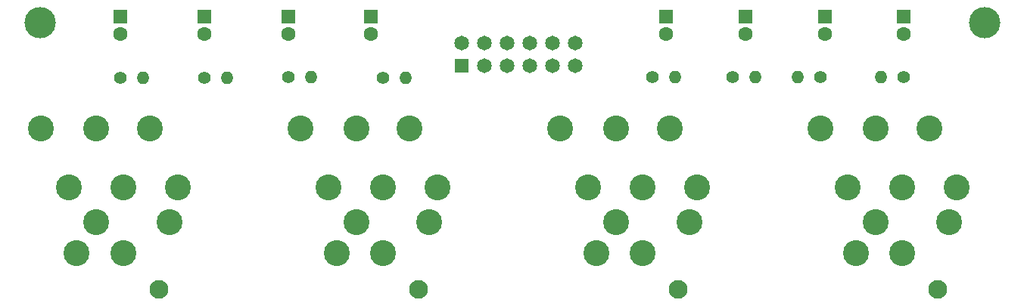
<source format=gbr>
%TF.GenerationSoftware,KiCad,Pcbnew,9.0.0*%
%TF.CreationDate,2025-03-26T12:10:22+11:00*%
%TF.ProjectId,Wing Board 4 Combo mk II,57696e67-2042-46f6-9172-64203420436f,rev?*%
%TF.SameCoordinates,Original*%
%TF.FileFunction,Soldermask,Bot*%
%TF.FilePolarity,Negative*%
%FSLAX46Y46*%
G04 Gerber Fmt 4.6, Leading zero omitted, Abs format (unit mm)*
G04 Created by KiCad (PCBNEW 9.0.0) date 2025-03-26 12:10:22*
%MOMM*%
%LPD*%
G01*
G04 APERTURE LIST*
%ADD10C,1.400000*%
%ADD11O,1.400000X1.400000*%
%ADD12C,2.100000*%
%ADD13C,2.900000*%
%ADD14R,1.600000X1.600000*%
%ADD15C,1.600000*%
%ADD16C,3.500001*%
%ADD17R,1.650000X1.650000*%
%ADD18C,1.650000*%
G04 APERTURE END LIST*
D10*
%TO.C,R5*%
X72491600Y-10337800D03*
D11*
X75031600Y-10337800D03*
%TD*%
D10*
%TO.C,R4*%
X42341800Y-10363200D03*
D11*
X44881800Y-10363200D03*
%TD*%
D12*
%TO.C,J5*%
X104424600Y-34097400D03*
D13*
X106524600Y-22697400D03*
X94324600Y-22697400D03*
X100424600Y-22697400D03*
X100424600Y-29997400D03*
X105624600Y-26597400D03*
X103424600Y-16097400D03*
X95224600Y-29997400D03*
X97424600Y-26597400D03*
X91224600Y-16097400D03*
X97424600Y-16097400D03*
%TD*%
D14*
%TO.C,C4*%
X41000000Y-3500000D03*
D15*
X41000000Y-5500000D03*
%TD*%
D10*
%TO.C,R2*%
X22352000Y-10363200D03*
D11*
X24892000Y-10363200D03*
%TD*%
D16*
%TO.C,H2*%
X109601000Y-4216400D03*
%TD*%
D12*
%TO.C,J3*%
X46324600Y-34097400D03*
D13*
X48424600Y-22697400D03*
X36224600Y-22697400D03*
X42324600Y-22697400D03*
X42324600Y-29997400D03*
X47524600Y-26597400D03*
X45324600Y-16097400D03*
X37124600Y-29997400D03*
X39324600Y-26597400D03*
X33124600Y-16097400D03*
X39324600Y-16097400D03*
%TD*%
D14*
%TO.C,C8*%
X100609400Y-3500000D03*
D15*
X100609400Y-5500000D03*
%TD*%
D10*
%TO.C,R8*%
X100584000Y-10337800D03*
D11*
X98044000Y-10337800D03*
%TD*%
D17*
%TO.C,J1*%
X51155600Y-9017000D03*
D18*
X51155600Y-6477000D03*
X53695600Y-9017000D03*
X53695600Y-6477000D03*
X56235600Y-9017000D03*
X56235600Y-6477000D03*
X58775600Y-9017000D03*
X58775600Y-6477000D03*
X61315600Y-9017000D03*
X61315600Y-6477000D03*
X63855600Y-9017000D03*
X63855600Y-6477000D03*
%TD*%
D10*
%TO.C,R7*%
X91237600Y-10337800D03*
D11*
X88697600Y-10337800D03*
%TD*%
D10*
%TO.C,R1*%
X12979400Y-10363200D03*
D11*
X15519400Y-10363200D03*
%TD*%
D12*
%TO.C,J4*%
X75374600Y-34097400D03*
D13*
X77474600Y-22697400D03*
X65274600Y-22697400D03*
X71374600Y-22697400D03*
X71374600Y-29997400D03*
X76574600Y-26597400D03*
X74374600Y-16097400D03*
X66174600Y-29997400D03*
X68374600Y-26597400D03*
X62174600Y-16097400D03*
X68374600Y-16097400D03*
%TD*%
D14*
%TO.C,C3*%
X31702133Y-3500000D03*
D15*
X31702133Y-5500000D03*
%TD*%
D12*
%TO.C,J2*%
X17274600Y-34097400D03*
D13*
X19374600Y-22697400D03*
X7174600Y-22697400D03*
X13274600Y-22697400D03*
X13274600Y-29997400D03*
X18474600Y-26597400D03*
X16274600Y-16097400D03*
X8074600Y-29997400D03*
X10274600Y-26597400D03*
X4074600Y-16097400D03*
X10274600Y-16097400D03*
%TD*%
D14*
%TO.C,C2*%
X22352000Y-3500000D03*
D15*
X22352000Y-5500000D03*
%TD*%
D14*
%TO.C,C7*%
X91739600Y-3500000D03*
D15*
X91739600Y-5500000D03*
%TD*%
D16*
%TO.C,H1*%
X3962400Y-4216400D03*
%TD*%
D10*
%TO.C,R3*%
X31699200Y-10337800D03*
D11*
X34239200Y-10337800D03*
%TD*%
D10*
%TO.C,R6*%
X81431600Y-10337800D03*
D11*
X83971600Y-10337800D03*
%TD*%
D14*
%TO.C,C6*%
X82869800Y-3500000D03*
D15*
X82869800Y-5500000D03*
%TD*%
D14*
%TO.C,C5*%
X74000000Y-3500000D03*
D15*
X74000000Y-5500000D03*
%TD*%
D14*
%TO.C,C1*%
X12979400Y-3505200D03*
D15*
X12979400Y-5505200D03*
%TD*%
M02*

</source>
